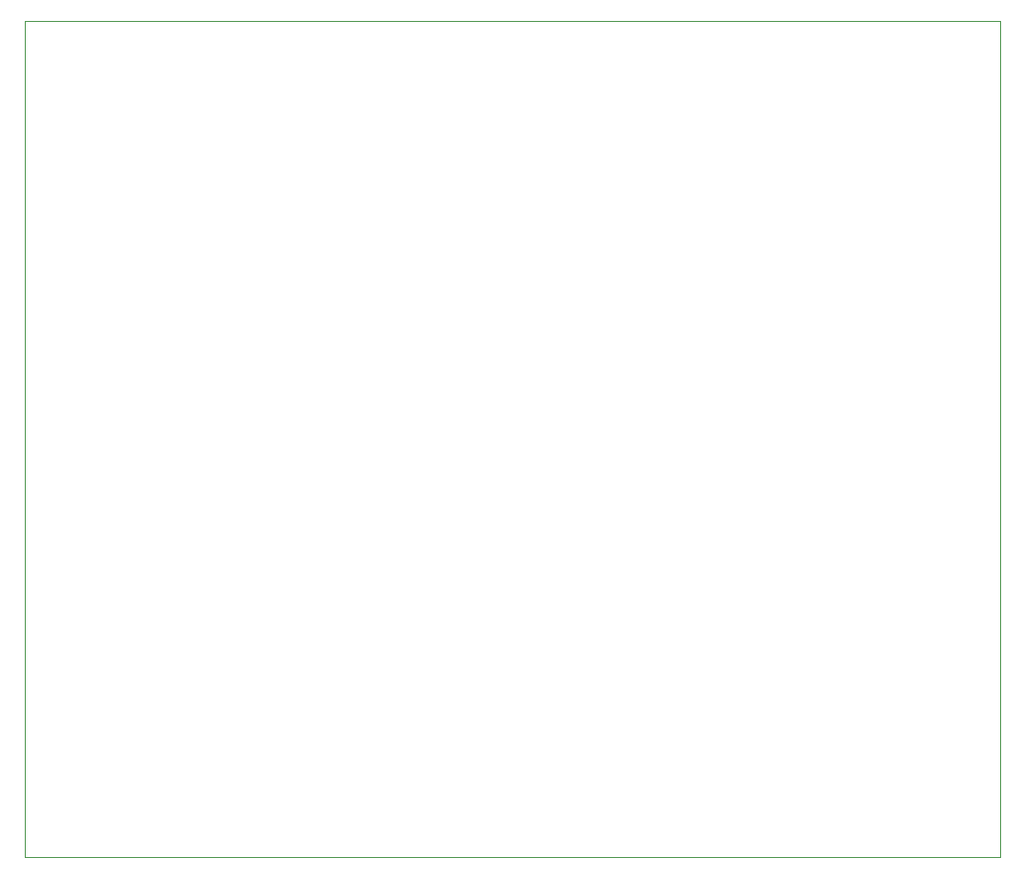
<source format=gm1>
G04 #@! TF.GenerationSoftware,KiCad,Pcbnew,8.0.8-8.0.8-0~ubuntu20.04.1*
G04 #@! TF.CreationDate,2025-01-23T22:26:12-05:00*
G04 #@! TF.ProjectId,sub_pcb,7375625f-7063-4622-9e6b-696361645f70,rev?*
G04 #@! TF.SameCoordinates,Original*
G04 #@! TF.FileFunction,Profile,NP*
%FSLAX46Y46*%
G04 Gerber Fmt 4.6, Leading zero omitted, Abs format (unit mm)*
G04 Created by KiCad (PCBNEW 8.0.8-8.0.8-0~ubuntu20.04.1) date 2025-01-23 22:26:12*
%MOMM*%
%LPD*%
G01*
G04 APERTURE LIST*
G04 #@! TA.AperFunction,Profile*
%ADD10C,0.050000*%
G04 #@! TD*
G04 APERTURE END LIST*
D10*
X79500000Y-27000000D02*
X82000000Y-27000000D01*
X79500000Y-101250000D02*
X79500000Y-27000000D01*
X166000000Y-101250000D02*
X79500000Y-101250000D01*
X166000000Y-27000000D02*
X166000000Y-101250000D01*
X82000000Y-27000000D02*
X166000000Y-27000000D01*
M02*

</source>
